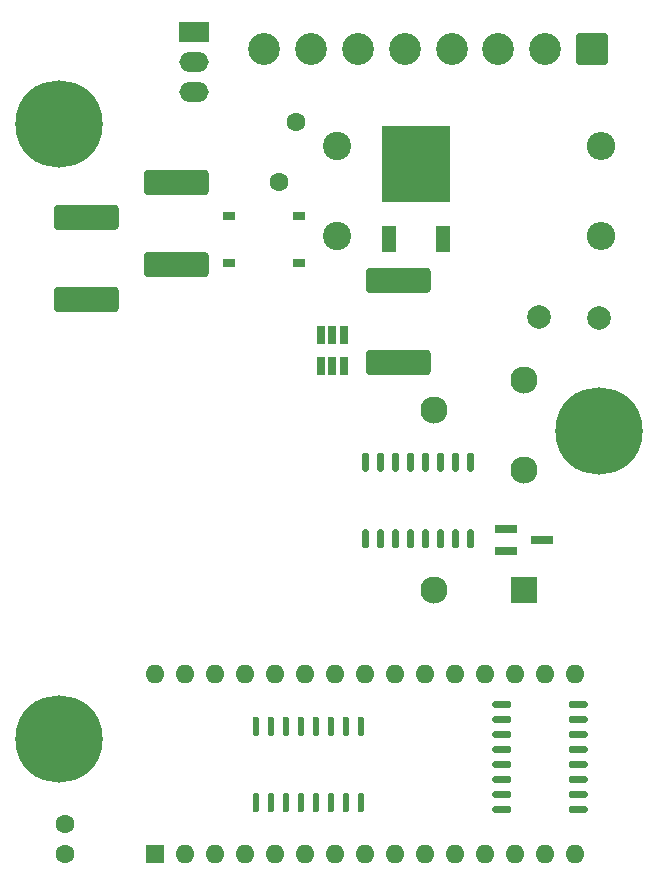
<source format=gbr>
%TF.GenerationSoftware,KiCad,Pcbnew,5.1.9-73d0e3b20d~88~ubuntu20.04.1*%
%TF.CreationDate,2021-01-20T22:49:51-06:00*%
%TF.ProjectId,control_board,636f6e74-726f-46c5-9f62-6f6172642e6b,rev?*%
%TF.SameCoordinates,Original*%
%TF.FileFunction,Soldermask,Bot*%
%TF.FilePolarity,Negative*%
%FSLAX46Y46*%
G04 Gerber Fmt 4.6, Leading zero omitted, Abs format (unit mm)*
G04 Created by KiCad (PCBNEW 5.1.9-73d0e3b20d~88~ubuntu20.04.1) date 2021-01-20 22:49:51*
%MOMM*%
%LPD*%
G01*
G04 APERTURE LIST*
%ADD10C,7.400000*%
%ADD11O,2.400000X2.400000*%
%ADD12C,2.400000*%
%ADD13R,1.600000X1.600000*%
%ADD14O,1.600000X1.600000*%
%ADD15R,1.000000X0.700000*%
%ADD16R,0.650000X1.560000*%
%ADD17C,2.000000*%
%ADD18C,2.700000*%
%ADD19R,2.300000X2.300000*%
%ADD20C,2.300000*%
%ADD21R,1.900000X0.800000*%
%ADD22C,1.600000*%
%ADD23R,1.200000X2.200000*%
%ADD24R,5.800000X6.400000*%
%ADD25R,2.500000X1.700000*%
%ADD26O,2.500000X1.700000*%
G04 APERTURE END LIST*
D10*
%TO.C,REF\u002A\u002A*%
X113030000Y-36195000D03*
%TD*%
%TO.C,REF\u002A\u002A*%
X113030000Y-88265000D03*
%TD*%
%TO.C,REF\u002A\u002A*%
X158750000Y-62230000D03*
%TD*%
D11*
%TO.C,F1*%
X158925000Y-38100000D03*
D12*
X136525000Y-38100000D03*
%TD*%
%TO.C,RN2*%
G36*
G01*
X138694500Y-87974000D02*
X138419500Y-87974000D01*
G75*
G02*
X138282000Y-87836500I0J137500D01*
G01*
X138282000Y-86511500D01*
G75*
G02*
X138419500Y-86374000I137500J0D01*
G01*
X138694500Y-86374000D01*
G75*
G02*
X138832000Y-86511500I0J-137500D01*
G01*
X138832000Y-87836500D01*
G75*
G02*
X138694500Y-87974000I-137500J0D01*
G01*
G37*
G36*
G01*
X137424500Y-87974000D02*
X137149500Y-87974000D01*
G75*
G02*
X137012000Y-87836500I0J137500D01*
G01*
X137012000Y-86511500D01*
G75*
G02*
X137149500Y-86374000I137500J0D01*
G01*
X137424500Y-86374000D01*
G75*
G02*
X137562000Y-86511500I0J-137500D01*
G01*
X137562000Y-87836500D01*
G75*
G02*
X137424500Y-87974000I-137500J0D01*
G01*
G37*
G36*
G01*
X136154500Y-87974000D02*
X135879500Y-87974000D01*
G75*
G02*
X135742000Y-87836500I0J137500D01*
G01*
X135742000Y-86511500D01*
G75*
G02*
X135879500Y-86374000I137500J0D01*
G01*
X136154500Y-86374000D01*
G75*
G02*
X136292000Y-86511500I0J-137500D01*
G01*
X136292000Y-87836500D01*
G75*
G02*
X136154500Y-87974000I-137500J0D01*
G01*
G37*
G36*
G01*
X134884500Y-87974000D02*
X134609500Y-87974000D01*
G75*
G02*
X134472000Y-87836500I0J137500D01*
G01*
X134472000Y-86511500D01*
G75*
G02*
X134609500Y-86374000I137500J0D01*
G01*
X134884500Y-86374000D01*
G75*
G02*
X135022000Y-86511500I0J-137500D01*
G01*
X135022000Y-87836500D01*
G75*
G02*
X134884500Y-87974000I-137500J0D01*
G01*
G37*
G36*
G01*
X133614500Y-87974000D02*
X133339500Y-87974000D01*
G75*
G02*
X133202000Y-87836500I0J137500D01*
G01*
X133202000Y-86511500D01*
G75*
G02*
X133339500Y-86374000I137500J0D01*
G01*
X133614500Y-86374000D01*
G75*
G02*
X133752000Y-86511500I0J-137500D01*
G01*
X133752000Y-87836500D01*
G75*
G02*
X133614500Y-87974000I-137500J0D01*
G01*
G37*
G36*
G01*
X132344500Y-87974000D02*
X132069500Y-87974000D01*
G75*
G02*
X131932000Y-87836500I0J137500D01*
G01*
X131932000Y-86511500D01*
G75*
G02*
X132069500Y-86374000I137500J0D01*
G01*
X132344500Y-86374000D01*
G75*
G02*
X132482000Y-86511500I0J-137500D01*
G01*
X132482000Y-87836500D01*
G75*
G02*
X132344500Y-87974000I-137500J0D01*
G01*
G37*
G36*
G01*
X131074500Y-87974000D02*
X130799500Y-87974000D01*
G75*
G02*
X130662000Y-87836500I0J137500D01*
G01*
X130662000Y-86511500D01*
G75*
G02*
X130799500Y-86374000I137500J0D01*
G01*
X131074500Y-86374000D01*
G75*
G02*
X131212000Y-86511500I0J-137500D01*
G01*
X131212000Y-87836500D01*
G75*
G02*
X131074500Y-87974000I-137500J0D01*
G01*
G37*
G36*
G01*
X129804500Y-87974000D02*
X129529500Y-87974000D01*
G75*
G02*
X129392000Y-87836500I0J137500D01*
G01*
X129392000Y-86511500D01*
G75*
G02*
X129529500Y-86374000I137500J0D01*
G01*
X129804500Y-86374000D01*
G75*
G02*
X129942000Y-86511500I0J-137500D01*
G01*
X129942000Y-87836500D01*
G75*
G02*
X129804500Y-87974000I-137500J0D01*
G01*
G37*
G36*
G01*
X129804500Y-94474000D02*
X129529500Y-94474000D01*
G75*
G02*
X129392000Y-94336500I0J137500D01*
G01*
X129392000Y-93011500D01*
G75*
G02*
X129529500Y-92874000I137500J0D01*
G01*
X129804500Y-92874000D01*
G75*
G02*
X129942000Y-93011500I0J-137500D01*
G01*
X129942000Y-94336500D01*
G75*
G02*
X129804500Y-94474000I-137500J0D01*
G01*
G37*
G36*
G01*
X131074500Y-94474000D02*
X130799500Y-94474000D01*
G75*
G02*
X130662000Y-94336500I0J137500D01*
G01*
X130662000Y-93011500D01*
G75*
G02*
X130799500Y-92874000I137500J0D01*
G01*
X131074500Y-92874000D01*
G75*
G02*
X131212000Y-93011500I0J-137500D01*
G01*
X131212000Y-94336500D01*
G75*
G02*
X131074500Y-94474000I-137500J0D01*
G01*
G37*
G36*
G01*
X132344500Y-94474000D02*
X132069500Y-94474000D01*
G75*
G02*
X131932000Y-94336500I0J137500D01*
G01*
X131932000Y-93011500D01*
G75*
G02*
X132069500Y-92874000I137500J0D01*
G01*
X132344500Y-92874000D01*
G75*
G02*
X132482000Y-93011500I0J-137500D01*
G01*
X132482000Y-94336500D01*
G75*
G02*
X132344500Y-94474000I-137500J0D01*
G01*
G37*
G36*
G01*
X133614500Y-94474000D02*
X133339500Y-94474000D01*
G75*
G02*
X133202000Y-94336500I0J137500D01*
G01*
X133202000Y-93011500D01*
G75*
G02*
X133339500Y-92874000I137500J0D01*
G01*
X133614500Y-92874000D01*
G75*
G02*
X133752000Y-93011500I0J-137500D01*
G01*
X133752000Y-94336500D01*
G75*
G02*
X133614500Y-94474000I-137500J0D01*
G01*
G37*
G36*
G01*
X134884500Y-94474000D02*
X134609500Y-94474000D01*
G75*
G02*
X134472000Y-94336500I0J137500D01*
G01*
X134472000Y-93011500D01*
G75*
G02*
X134609500Y-92874000I137500J0D01*
G01*
X134884500Y-92874000D01*
G75*
G02*
X135022000Y-93011500I0J-137500D01*
G01*
X135022000Y-94336500D01*
G75*
G02*
X134884500Y-94474000I-137500J0D01*
G01*
G37*
G36*
G01*
X136154500Y-94474000D02*
X135879500Y-94474000D01*
G75*
G02*
X135742000Y-94336500I0J137500D01*
G01*
X135742000Y-93011500D01*
G75*
G02*
X135879500Y-92874000I137500J0D01*
G01*
X136154500Y-92874000D01*
G75*
G02*
X136292000Y-93011500I0J-137500D01*
G01*
X136292000Y-94336500D01*
G75*
G02*
X136154500Y-94474000I-137500J0D01*
G01*
G37*
G36*
G01*
X137424500Y-94474000D02*
X137149500Y-94474000D01*
G75*
G02*
X137012000Y-94336500I0J137500D01*
G01*
X137012000Y-93011500D01*
G75*
G02*
X137149500Y-92874000I137500J0D01*
G01*
X137424500Y-92874000D01*
G75*
G02*
X137562000Y-93011500I0J-137500D01*
G01*
X137562000Y-94336500D01*
G75*
G02*
X137424500Y-94474000I-137500J0D01*
G01*
G37*
G36*
G01*
X138694500Y-94474000D02*
X138419500Y-94474000D01*
G75*
G02*
X138282000Y-94336500I0J137500D01*
G01*
X138282000Y-93011500D01*
G75*
G02*
X138419500Y-92874000I137500J0D01*
G01*
X138694500Y-92874000D01*
G75*
G02*
X138832000Y-93011500I0J-137500D01*
G01*
X138832000Y-94336500D01*
G75*
G02*
X138694500Y-94474000I-137500J0D01*
G01*
G37*
%TD*%
D13*
%TO.C,A1*%
X121158000Y-98044000D03*
D14*
X154178000Y-82804000D03*
X123698000Y-98044000D03*
X151638000Y-82804000D03*
X126238000Y-98044000D03*
X149098000Y-82804000D03*
X128778000Y-98044000D03*
X146558000Y-82804000D03*
X131318000Y-98044000D03*
X144018000Y-82804000D03*
X133858000Y-98044000D03*
X141478000Y-82804000D03*
X136398000Y-98044000D03*
X138938000Y-82804000D03*
X138938000Y-98044000D03*
X136398000Y-82804000D03*
X141478000Y-98044000D03*
X133858000Y-82804000D03*
X144018000Y-98044000D03*
X131318000Y-82804000D03*
X146558000Y-98044000D03*
X128778000Y-82804000D03*
X149098000Y-98044000D03*
X126238000Y-82804000D03*
X151638000Y-98044000D03*
X123698000Y-82804000D03*
X154178000Y-98044000D03*
X121158000Y-82804000D03*
X156718000Y-98044000D03*
X156718000Y-82804000D03*
%TD*%
%TO.C,RN1*%
G36*
G01*
X149672000Y-94371500D02*
X149672000Y-94096500D01*
G75*
G02*
X149809500Y-93959000I137500J0D01*
G01*
X151134500Y-93959000D01*
G75*
G02*
X151272000Y-94096500I0J-137500D01*
G01*
X151272000Y-94371500D01*
G75*
G02*
X151134500Y-94509000I-137500J0D01*
G01*
X149809500Y-94509000D01*
G75*
G02*
X149672000Y-94371500I0J137500D01*
G01*
G37*
G36*
G01*
X149672000Y-93101500D02*
X149672000Y-92826500D01*
G75*
G02*
X149809500Y-92689000I137500J0D01*
G01*
X151134500Y-92689000D01*
G75*
G02*
X151272000Y-92826500I0J-137500D01*
G01*
X151272000Y-93101500D01*
G75*
G02*
X151134500Y-93239000I-137500J0D01*
G01*
X149809500Y-93239000D01*
G75*
G02*
X149672000Y-93101500I0J137500D01*
G01*
G37*
G36*
G01*
X149672000Y-91831500D02*
X149672000Y-91556500D01*
G75*
G02*
X149809500Y-91419000I137500J0D01*
G01*
X151134500Y-91419000D01*
G75*
G02*
X151272000Y-91556500I0J-137500D01*
G01*
X151272000Y-91831500D01*
G75*
G02*
X151134500Y-91969000I-137500J0D01*
G01*
X149809500Y-91969000D01*
G75*
G02*
X149672000Y-91831500I0J137500D01*
G01*
G37*
G36*
G01*
X149672000Y-90561500D02*
X149672000Y-90286500D01*
G75*
G02*
X149809500Y-90149000I137500J0D01*
G01*
X151134500Y-90149000D01*
G75*
G02*
X151272000Y-90286500I0J-137500D01*
G01*
X151272000Y-90561500D01*
G75*
G02*
X151134500Y-90699000I-137500J0D01*
G01*
X149809500Y-90699000D01*
G75*
G02*
X149672000Y-90561500I0J137500D01*
G01*
G37*
G36*
G01*
X149672000Y-89291500D02*
X149672000Y-89016500D01*
G75*
G02*
X149809500Y-88879000I137500J0D01*
G01*
X151134500Y-88879000D01*
G75*
G02*
X151272000Y-89016500I0J-137500D01*
G01*
X151272000Y-89291500D01*
G75*
G02*
X151134500Y-89429000I-137500J0D01*
G01*
X149809500Y-89429000D01*
G75*
G02*
X149672000Y-89291500I0J137500D01*
G01*
G37*
G36*
G01*
X149672000Y-88021500D02*
X149672000Y-87746500D01*
G75*
G02*
X149809500Y-87609000I137500J0D01*
G01*
X151134500Y-87609000D01*
G75*
G02*
X151272000Y-87746500I0J-137500D01*
G01*
X151272000Y-88021500D01*
G75*
G02*
X151134500Y-88159000I-137500J0D01*
G01*
X149809500Y-88159000D01*
G75*
G02*
X149672000Y-88021500I0J137500D01*
G01*
G37*
G36*
G01*
X149672000Y-86751500D02*
X149672000Y-86476500D01*
G75*
G02*
X149809500Y-86339000I137500J0D01*
G01*
X151134500Y-86339000D01*
G75*
G02*
X151272000Y-86476500I0J-137500D01*
G01*
X151272000Y-86751500D01*
G75*
G02*
X151134500Y-86889000I-137500J0D01*
G01*
X149809500Y-86889000D01*
G75*
G02*
X149672000Y-86751500I0J137500D01*
G01*
G37*
G36*
G01*
X149672000Y-85481500D02*
X149672000Y-85206500D01*
G75*
G02*
X149809500Y-85069000I137500J0D01*
G01*
X151134500Y-85069000D01*
G75*
G02*
X151272000Y-85206500I0J-137500D01*
G01*
X151272000Y-85481500D01*
G75*
G02*
X151134500Y-85619000I-137500J0D01*
G01*
X149809500Y-85619000D01*
G75*
G02*
X149672000Y-85481500I0J137500D01*
G01*
G37*
G36*
G01*
X156172000Y-85481500D02*
X156172000Y-85206500D01*
G75*
G02*
X156309500Y-85069000I137500J0D01*
G01*
X157634500Y-85069000D01*
G75*
G02*
X157772000Y-85206500I0J-137500D01*
G01*
X157772000Y-85481500D01*
G75*
G02*
X157634500Y-85619000I-137500J0D01*
G01*
X156309500Y-85619000D01*
G75*
G02*
X156172000Y-85481500I0J137500D01*
G01*
G37*
G36*
G01*
X156172000Y-86751500D02*
X156172000Y-86476500D01*
G75*
G02*
X156309500Y-86339000I137500J0D01*
G01*
X157634500Y-86339000D01*
G75*
G02*
X157772000Y-86476500I0J-137500D01*
G01*
X157772000Y-86751500D01*
G75*
G02*
X157634500Y-86889000I-137500J0D01*
G01*
X156309500Y-86889000D01*
G75*
G02*
X156172000Y-86751500I0J137500D01*
G01*
G37*
G36*
G01*
X156172000Y-88021500D02*
X156172000Y-87746500D01*
G75*
G02*
X156309500Y-87609000I137500J0D01*
G01*
X157634500Y-87609000D01*
G75*
G02*
X157772000Y-87746500I0J-137500D01*
G01*
X157772000Y-88021500D01*
G75*
G02*
X157634500Y-88159000I-137500J0D01*
G01*
X156309500Y-88159000D01*
G75*
G02*
X156172000Y-88021500I0J137500D01*
G01*
G37*
G36*
G01*
X156172000Y-89291500D02*
X156172000Y-89016500D01*
G75*
G02*
X156309500Y-88879000I137500J0D01*
G01*
X157634500Y-88879000D01*
G75*
G02*
X157772000Y-89016500I0J-137500D01*
G01*
X157772000Y-89291500D01*
G75*
G02*
X157634500Y-89429000I-137500J0D01*
G01*
X156309500Y-89429000D01*
G75*
G02*
X156172000Y-89291500I0J137500D01*
G01*
G37*
G36*
G01*
X156172000Y-90561500D02*
X156172000Y-90286500D01*
G75*
G02*
X156309500Y-90149000I137500J0D01*
G01*
X157634500Y-90149000D01*
G75*
G02*
X157772000Y-90286500I0J-137500D01*
G01*
X157772000Y-90561500D01*
G75*
G02*
X157634500Y-90699000I-137500J0D01*
G01*
X156309500Y-90699000D01*
G75*
G02*
X156172000Y-90561500I0J137500D01*
G01*
G37*
G36*
G01*
X156172000Y-91831500D02*
X156172000Y-91556500D01*
G75*
G02*
X156309500Y-91419000I137500J0D01*
G01*
X157634500Y-91419000D01*
G75*
G02*
X157772000Y-91556500I0J-137500D01*
G01*
X157772000Y-91831500D01*
G75*
G02*
X157634500Y-91969000I-137500J0D01*
G01*
X156309500Y-91969000D01*
G75*
G02*
X156172000Y-91831500I0J137500D01*
G01*
G37*
G36*
G01*
X156172000Y-93101500D02*
X156172000Y-92826500D01*
G75*
G02*
X156309500Y-92689000I137500J0D01*
G01*
X157634500Y-92689000D01*
G75*
G02*
X157772000Y-92826500I0J-137500D01*
G01*
X157772000Y-93101500D01*
G75*
G02*
X157634500Y-93239000I-137500J0D01*
G01*
X156309500Y-93239000D01*
G75*
G02*
X156172000Y-93101500I0J137500D01*
G01*
G37*
G36*
G01*
X156172000Y-94371500D02*
X156172000Y-94096500D01*
G75*
G02*
X156309500Y-93959000I137500J0D01*
G01*
X157634500Y-93959000D01*
G75*
G02*
X157772000Y-94096500I0J-137500D01*
G01*
X157772000Y-94371500D01*
G75*
G02*
X157634500Y-94509000I-137500J0D01*
G01*
X156309500Y-94509000D01*
G75*
G02*
X156172000Y-94371500I0J137500D01*
G01*
G37*
%TD*%
D15*
%TO.C,D1*%
X127400000Y-48006000D03*
X127400000Y-44006000D03*
X133350000Y-44006000D03*
X133350000Y-48006000D03*
%TD*%
D16*
%TO.C,D2*%
X137094000Y-56722000D03*
X136144000Y-56722000D03*
X135194000Y-56722000D03*
X135194000Y-54022000D03*
X137094000Y-54022000D03*
X136144000Y-54022000D03*
%TD*%
D11*
%TO.C,F2*%
X158925000Y-45720000D03*
D12*
X136525000Y-45720000D03*
%TD*%
%TO.C,F3*%
G36*
G01*
X120460999Y-47048000D02*
X125411001Y-47048000D01*
G75*
G02*
X125661000Y-47297999I0J-249999D01*
G01*
X125661000Y-48898001D01*
G75*
G02*
X125411001Y-49148000I-249999J0D01*
G01*
X120460999Y-49148000D01*
G75*
G02*
X120211000Y-48898001I0J249999D01*
G01*
X120211000Y-47297999D01*
G75*
G02*
X120460999Y-47048000I249999J0D01*
G01*
G37*
G36*
G01*
X120460999Y-40098000D02*
X125411001Y-40098000D01*
G75*
G02*
X125661000Y-40347999I0J-249999D01*
G01*
X125661000Y-41948001D01*
G75*
G02*
X125411001Y-42198000I-249999J0D01*
G01*
X120460999Y-42198000D01*
G75*
G02*
X120211000Y-41948001I0J249999D01*
G01*
X120211000Y-40347999D01*
G75*
G02*
X120460999Y-40098000I249999J0D01*
G01*
G37*
%TD*%
%TO.C,F4*%
G36*
G01*
X117791001Y-52104000D02*
X112840999Y-52104000D01*
G75*
G02*
X112591000Y-51854001I0J249999D01*
G01*
X112591000Y-50253999D01*
G75*
G02*
X112840999Y-50004000I249999J0D01*
G01*
X117791001Y-50004000D01*
G75*
G02*
X118041000Y-50253999I0J-249999D01*
G01*
X118041000Y-51854001D01*
G75*
G02*
X117791001Y-52104000I-249999J0D01*
G01*
G37*
G36*
G01*
X117791001Y-45154000D02*
X112840999Y-45154000D01*
G75*
G02*
X112591000Y-44904001I0J249999D01*
G01*
X112591000Y-43303999D01*
G75*
G02*
X112840999Y-43054000I249999J0D01*
G01*
X117791001Y-43054000D01*
G75*
G02*
X118041000Y-43303999I0J-249999D01*
G01*
X118041000Y-44904001D01*
G75*
G02*
X117791001Y-45154000I-249999J0D01*
G01*
G37*
%TD*%
%TO.C,F5*%
G36*
G01*
X139256999Y-48388000D02*
X144207001Y-48388000D01*
G75*
G02*
X144457000Y-48637999I0J-249999D01*
G01*
X144457000Y-50238001D01*
G75*
G02*
X144207001Y-50488000I-249999J0D01*
G01*
X139256999Y-50488000D01*
G75*
G02*
X139007000Y-50238001I0J249999D01*
G01*
X139007000Y-48637999D01*
G75*
G02*
X139256999Y-48388000I249999J0D01*
G01*
G37*
G36*
G01*
X139256999Y-55338000D02*
X144207001Y-55338000D01*
G75*
G02*
X144457000Y-55587999I0J-249999D01*
G01*
X144457000Y-57188001D01*
G75*
G02*
X144207001Y-57438000I-249999J0D01*
G01*
X139256999Y-57438000D01*
G75*
G02*
X139007000Y-57188001I0J249999D01*
G01*
X139007000Y-55587999D01*
G75*
G02*
X139256999Y-55338000I249999J0D01*
G01*
G37*
%TD*%
D17*
%TO.C,F6*%
X158750000Y-52588000D03*
X153670000Y-52578000D03*
%TD*%
%TO.C,J1*%
G36*
G01*
X159465000Y-28745001D02*
X159465000Y-30944999D01*
G75*
G02*
X159214999Y-31195000I-250001J0D01*
G01*
X157015001Y-31195000D01*
G75*
G02*
X156765000Y-30944999I0J250001D01*
G01*
X156765000Y-28745001D01*
G75*
G02*
X157015001Y-28495000I250001J0D01*
G01*
X159214999Y-28495000D01*
G75*
G02*
X159465000Y-28745001I0J-250001D01*
G01*
G37*
D18*
X154155000Y-29845000D03*
X150195000Y-29845000D03*
X146235000Y-29845000D03*
X142275000Y-29845000D03*
X138315000Y-29845000D03*
X134355000Y-29845000D03*
X130395000Y-29845000D03*
%TD*%
D19*
%TO.C,K1*%
X152400000Y-75692000D03*
D20*
X152400000Y-65532000D03*
X152400000Y-57912000D03*
X144780000Y-60452000D03*
X144780000Y-75692000D03*
%TD*%
D21*
%TO.C,Q1*%
X150876000Y-72390000D03*
X150876000Y-70490000D03*
X153876000Y-71440000D03*
%TD*%
%TO.C,RN3*%
G36*
G01*
X147965500Y-72122000D02*
X147690500Y-72122000D01*
G75*
G02*
X147553000Y-71984500I0J137500D01*
G01*
X147553000Y-70659500D01*
G75*
G02*
X147690500Y-70522000I137500J0D01*
G01*
X147965500Y-70522000D01*
G75*
G02*
X148103000Y-70659500I0J-137500D01*
G01*
X148103000Y-71984500D01*
G75*
G02*
X147965500Y-72122000I-137500J0D01*
G01*
G37*
G36*
G01*
X146695500Y-72122000D02*
X146420500Y-72122000D01*
G75*
G02*
X146283000Y-71984500I0J137500D01*
G01*
X146283000Y-70659500D01*
G75*
G02*
X146420500Y-70522000I137500J0D01*
G01*
X146695500Y-70522000D01*
G75*
G02*
X146833000Y-70659500I0J-137500D01*
G01*
X146833000Y-71984500D01*
G75*
G02*
X146695500Y-72122000I-137500J0D01*
G01*
G37*
G36*
G01*
X145425500Y-72122000D02*
X145150500Y-72122000D01*
G75*
G02*
X145013000Y-71984500I0J137500D01*
G01*
X145013000Y-70659500D01*
G75*
G02*
X145150500Y-70522000I137500J0D01*
G01*
X145425500Y-70522000D01*
G75*
G02*
X145563000Y-70659500I0J-137500D01*
G01*
X145563000Y-71984500D01*
G75*
G02*
X145425500Y-72122000I-137500J0D01*
G01*
G37*
G36*
G01*
X144155500Y-72122000D02*
X143880500Y-72122000D01*
G75*
G02*
X143743000Y-71984500I0J137500D01*
G01*
X143743000Y-70659500D01*
G75*
G02*
X143880500Y-70522000I137500J0D01*
G01*
X144155500Y-70522000D01*
G75*
G02*
X144293000Y-70659500I0J-137500D01*
G01*
X144293000Y-71984500D01*
G75*
G02*
X144155500Y-72122000I-137500J0D01*
G01*
G37*
G36*
G01*
X142885500Y-72122000D02*
X142610500Y-72122000D01*
G75*
G02*
X142473000Y-71984500I0J137500D01*
G01*
X142473000Y-70659500D01*
G75*
G02*
X142610500Y-70522000I137500J0D01*
G01*
X142885500Y-70522000D01*
G75*
G02*
X143023000Y-70659500I0J-137500D01*
G01*
X143023000Y-71984500D01*
G75*
G02*
X142885500Y-72122000I-137500J0D01*
G01*
G37*
G36*
G01*
X141615500Y-72122000D02*
X141340500Y-72122000D01*
G75*
G02*
X141203000Y-71984500I0J137500D01*
G01*
X141203000Y-70659500D01*
G75*
G02*
X141340500Y-70522000I137500J0D01*
G01*
X141615500Y-70522000D01*
G75*
G02*
X141753000Y-70659500I0J-137500D01*
G01*
X141753000Y-71984500D01*
G75*
G02*
X141615500Y-72122000I-137500J0D01*
G01*
G37*
G36*
G01*
X140345500Y-72122000D02*
X140070500Y-72122000D01*
G75*
G02*
X139933000Y-71984500I0J137500D01*
G01*
X139933000Y-70659500D01*
G75*
G02*
X140070500Y-70522000I137500J0D01*
G01*
X140345500Y-70522000D01*
G75*
G02*
X140483000Y-70659500I0J-137500D01*
G01*
X140483000Y-71984500D01*
G75*
G02*
X140345500Y-72122000I-137500J0D01*
G01*
G37*
G36*
G01*
X139075500Y-72122000D02*
X138800500Y-72122000D01*
G75*
G02*
X138663000Y-71984500I0J137500D01*
G01*
X138663000Y-70659500D01*
G75*
G02*
X138800500Y-70522000I137500J0D01*
G01*
X139075500Y-70522000D01*
G75*
G02*
X139213000Y-70659500I0J-137500D01*
G01*
X139213000Y-71984500D01*
G75*
G02*
X139075500Y-72122000I-137500J0D01*
G01*
G37*
G36*
G01*
X139075500Y-65622000D02*
X138800500Y-65622000D01*
G75*
G02*
X138663000Y-65484500I0J137500D01*
G01*
X138663000Y-64159500D01*
G75*
G02*
X138800500Y-64022000I137500J0D01*
G01*
X139075500Y-64022000D01*
G75*
G02*
X139213000Y-64159500I0J-137500D01*
G01*
X139213000Y-65484500D01*
G75*
G02*
X139075500Y-65622000I-137500J0D01*
G01*
G37*
G36*
G01*
X140345500Y-65622000D02*
X140070500Y-65622000D01*
G75*
G02*
X139933000Y-65484500I0J137500D01*
G01*
X139933000Y-64159500D01*
G75*
G02*
X140070500Y-64022000I137500J0D01*
G01*
X140345500Y-64022000D01*
G75*
G02*
X140483000Y-64159500I0J-137500D01*
G01*
X140483000Y-65484500D01*
G75*
G02*
X140345500Y-65622000I-137500J0D01*
G01*
G37*
G36*
G01*
X141615500Y-65622000D02*
X141340500Y-65622000D01*
G75*
G02*
X141203000Y-65484500I0J137500D01*
G01*
X141203000Y-64159500D01*
G75*
G02*
X141340500Y-64022000I137500J0D01*
G01*
X141615500Y-64022000D01*
G75*
G02*
X141753000Y-64159500I0J-137500D01*
G01*
X141753000Y-65484500D01*
G75*
G02*
X141615500Y-65622000I-137500J0D01*
G01*
G37*
G36*
G01*
X142885500Y-65622000D02*
X142610500Y-65622000D01*
G75*
G02*
X142473000Y-65484500I0J137500D01*
G01*
X142473000Y-64159500D01*
G75*
G02*
X142610500Y-64022000I137500J0D01*
G01*
X142885500Y-64022000D01*
G75*
G02*
X143023000Y-64159500I0J-137500D01*
G01*
X143023000Y-65484500D01*
G75*
G02*
X142885500Y-65622000I-137500J0D01*
G01*
G37*
G36*
G01*
X144155500Y-65622000D02*
X143880500Y-65622000D01*
G75*
G02*
X143743000Y-65484500I0J137500D01*
G01*
X143743000Y-64159500D01*
G75*
G02*
X143880500Y-64022000I137500J0D01*
G01*
X144155500Y-64022000D01*
G75*
G02*
X144293000Y-64159500I0J-137500D01*
G01*
X144293000Y-65484500D01*
G75*
G02*
X144155500Y-65622000I-137500J0D01*
G01*
G37*
G36*
G01*
X145425500Y-65622000D02*
X145150500Y-65622000D01*
G75*
G02*
X145013000Y-65484500I0J137500D01*
G01*
X145013000Y-64159500D01*
G75*
G02*
X145150500Y-64022000I137500J0D01*
G01*
X145425500Y-64022000D01*
G75*
G02*
X145563000Y-64159500I0J-137500D01*
G01*
X145563000Y-65484500D01*
G75*
G02*
X145425500Y-65622000I-137500J0D01*
G01*
G37*
G36*
G01*
X146695500Y-65622000D02*
X146420500Y-65622000D01*
G75*
G02*
X146283000Y-65484500I0J137500D01*
G01*
X146283000Y-64159500D01*
G75*
G02*
X146420500Y-64022000I137500J0D01*
G01*
X146695500Y-64022000D01*
G75*
G02*
X146833000Y-64159500I0J-137500D01*
G01*
X146833000Y-65484500D01*
G75*
G02*
X146695500Y-65622000I-137500J0D01*
G01*
G37*
G36*
G01*
X147965500Y-65622000D02*
X147690500Y-65622000D01*
G75*
G02*
X147553000Y-65484500I0J137500D01*
G01*
X147553000Y-64159500D01*
G75*
G02*
X147690500Y-64022000I137500J0D01*
G01*
X147965500Y-64022000D01*
G75*
G02*
X148103000Y-64159500I0J-137500D01*
G01*
X148103000Y-65484500D01*
G75*
G02*
X147965500Y-65622000I-137500J0D01*
G01*
G37*
%TD*%
D22*
%TO.C,RV1*%
X133096000Y-36068000D03*
X131629330Y-41068000D03*
%TD*%
%TO.C,TH1*%
X113538000Y-95504000D03*
X113538000Y-98044000D03*
%TD*%
D23*
%TO.C,U1*%
X145536000Y-45924000D03*
X140976000Y-45924000D03*
D24*
X143256000Y-39624000D03*
%TD*%
D25*
%TO.C,U2*%
X124460000Y-28448000D03*
D26*
X124460000Y-30988000D03*
X124460000Y-33528000D03*
%TD*%
M02*

</source>
